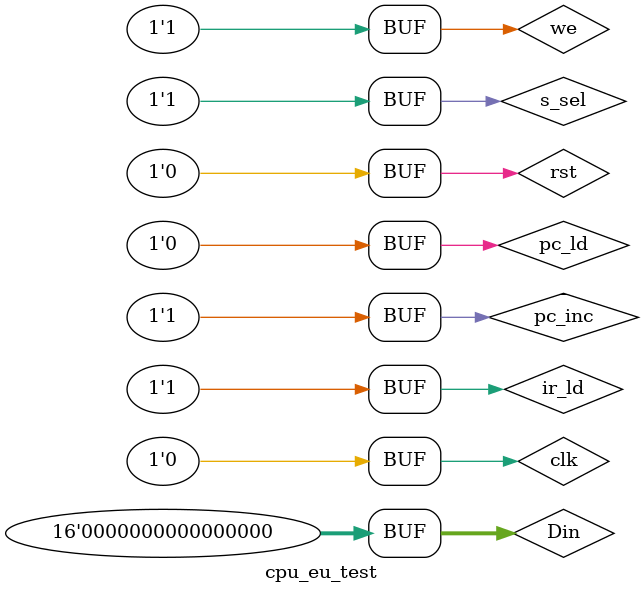
<source format=v>
`timescale 1ns / 1ps


module cpu_eu_test;

	// Inputs
	reg clk;
	reg rst;
	reg we;
	reg s_sel;
	reg pc_ld;
	reg pc_inc;
	reg ir_ld;
	reg [15:0] Din;
	reg [31:0] i;
	// Outputs
	wire [15:0] Addr_Out;
	wire [15:0] Dout;

	// Instantiate the Unit Under Test (UUT)
	CPU_EU uut (
		.clk(clk), 
		.rst(rst), 
		.we(we), 
		.s_sel(s_sel), 
		.pc_ld(pc_ld), 
		.pc_inc(pc_inc), 
		.ir_ld(ir_ld), 
		.Din(Din), 
		.Addr_Out(Addr_Out), 
		.Dout(Dout)
	);

	initial begin
		// Initialize Inputs
		clk = 0;
		rst = 0;
		we = 0;
		s_sel = 0;
		pc_ld = 0;
		pc_inc = 0;
		ir_ld = 0;
		Din = 0;

		// Wait 100 ns for global reset to finish
		#100;
        
		// Add stimulus here
		ir_ld = 1;
		//step = 1;
		#10
		
		ir_ld = 0;
		we = 1;
		pc_inc = 1;
		//step = 1;
		#10
		ir_ld = 1;
		//step = 1;
		#10
		ir_ld = 0;
		s_sel = 1;
		we = 1;
		pc_inc = 1;
		//step = 1;
		#10
		ir_ld = 1;
		//step = 1;
		#10
		s_sel = 1;
		we = 1;
		pc_inc = 1;
	end
      
endmodule


</source>
